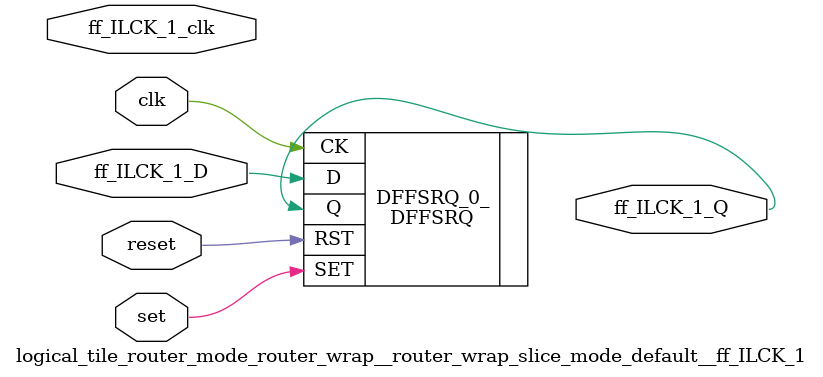
<source format=v>
`default_nettype none

module logical_tile_router_mode_router_wrap__router_wrap_slice_mode_default__ff_ILCK_1(set,
                                                                                       reset,
                                                                                       clk,
                                                                                       ff_ILCK_1_D,
                                                                                       ff_ILCK_1_Q,
                                                                                       ff_ILCK_1_clk);
//----- GLOBAL PORTS -----
input [0:0] set;
//----- GLOBAL PORTS -----
input [0:0] reset;
//----- GLOBAL PORTS -----
input [0:0] clk;
//----- INPUT PORTS -----
input [0:0] ff_ILCK_1_D;
//----- OUTPUT PORTS -----
output [0:0] ff_ILCK_1_Q;
//----- CLOCK PORTS -----
input [0:0] ff_ILCK_1_clk;

//----- BEGIN wire-connection ports -----
wire [0:0] ff_ILCK_1_D;
wire [0:0] ff_ILCK_1_Q;
wire [0:0] ff_ILCK_1_clk;
//----- END wire-connection ports -----


//----- BEGIN Registered ports -----
//----- END Registered ports -----



// ----- BEGIN Local short connections -----
// ----- END Local short connections -----
// ----- BEGIN Local output short connections -----
// ----- END Local output short connections -----

	DFFSRQ DFFSRQ_0_ (
		.SET(set),
		.RST(reset),
		.CK(clk),
		.D(ff_ILCK_1_D),
		.Q(ff_ILCK_1_Q));

endmodule
// ----- END Verilog module for logical_tile_router_mode_router_wrap__router_wrap_slice_mode_default__ff_ILCK_1 -----

//----- Default net type -----
`default_nettype wire




</source>
